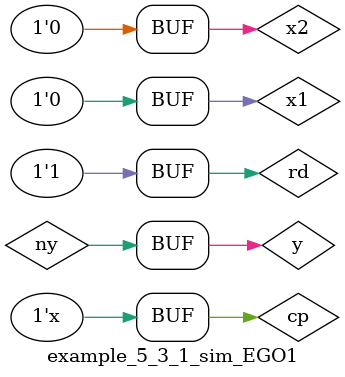
<source format=v>
`timescale 1ns / 1ps

module example_5_3_1_sim_EGO1();

   reg cp, x1, x2;
    wire ny ;
    wire z;

    reg rd;
    wire nyn;
    reg y;
    reg yn;
    example_5_3_1_EGO1 U(.cp(cp), .x1(x1),.x2(x2), .rd(rd), .y(y), .yn(yn),.ny(ny), .nyn(nyn), .z(z));
    
    initial begin
         #0
         cp=0;
         rd=0;
         x1=0;
         x2=0;

         #5
         rd=1;

         #20     
         x1=0;
         x2=1;

         #20
         x1=1;
         x2=0;

         #20 
         x1=1;
         x2=1;

         #20 
         x1=0;
         x2=1;

         #20 
         x1=1;
         x2=1;

         #20 
         x1=1;
         x2=0;

         #20 
         x1=0;
         x2=0;

         #20 
         x1=0;
    end
    
    always #10 cp <= ~cp;

    always #20 begin y <= ny; yn <= nyn; end
endmodule

</source>
